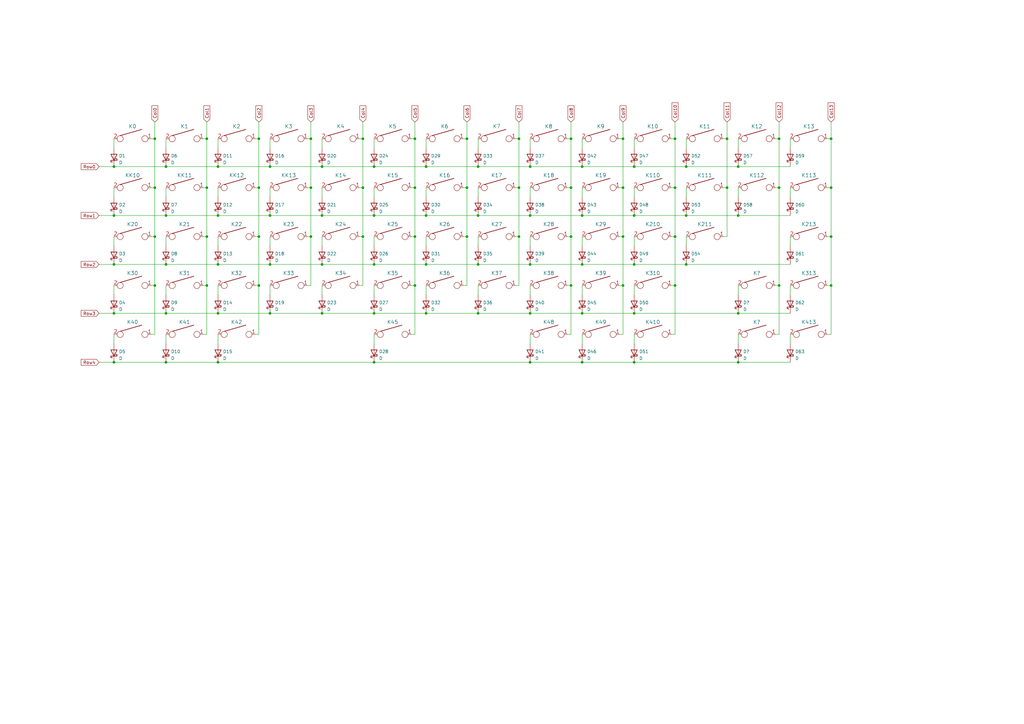
<source format=kicad_sch>
(kicad_sch (version 20211123) (generator eeschema)
  (paper "A3")
  (lib_symbols
    (symbol "Device:D_Schottky" (pin_numbers hide) (pin_names (offset 1.016) hide)
      (property "Reference" "D" (at 0 2.54 0))
      (property "Value" "D_Schottky" (at 0 -2.54 0))
      (symbol "D_Schottky_0_1"
        (polyline (pts (xy 1.27 0) (xy -1.27 0)))
        (polyline (pts (xy 1.27 1.27) (xy 1.27 -1.27) (xy -1.27 0) (xy 1.27 1.27)) (stroke (width 0.254)))
        (polyline (pts (xy -1.905 0.635) (xy -1.905 1.27) (xy -1.27 1.27) (xy -1.27 -1.27) (xy -0.635 -1.27) (xy -0.635 -0.635)) (stroke (width 0.254)))
      )
      (symbol "D_Schottky_1_1"
        (pin passive line (at -3.81 0 0) (length 2.54) (name "K") (number "1"))
        (pin passive line (at 3.81 0 180) (length 2.54) (name "A") (number "2"))
      )
    )
    (symbol "keyboard_parts:KEYSW" (pin_names (offset 1.016))
      (property "Reference" "K?" (at -1.27 0 0))
      (symbol "KEYSW_0_1"
        (circle (center -5.08 0) (radius 1.27))
        (polyline (pts (xy -5.08 1.27) (xy 3.81 3.81)) (stroke (width 0.254)))
        (circle (center 5.08 0) (radius 1.27))
      )
      (symbol "KEYSW_1_1"
        (pin passive line (at 7.62 0 180) (length 1.27) (name "~") (number "1"))
        (pin passive line (at -7.62 0 0) (length 1.27) (name "~") (number "2"))
      )
    )
  )
  (junction (at 255.524 117.094))
  (junction (at 255.524 56.896))
  (junction (at 319.532 76.962))
  (junction (at 302.768 68.326))
  (junction (at 106.172 56.896))
  (junction (at 63.5 56.896))
  (junction (at 89.408 108.458))
  (junction (at 46.736 108.458))
  (junction (at 234.188 97.028))
  (junction (at 89.408 128.524))
  (junction (at 84.836 76.962))
  (junction (at 298.196 56.896))
  (junction (at 46.736 128.524))
  (junction (at 84.836 97.028))
  (junction (at 281.432 108.458))
  (junction (at 298.196 76.962))
  (junction (at 234.188 76.962))
  (junction (at 153.416 128.524))
  (junction (at 174.752 128.524))
  (junction (at 276.86 76.962))
  (junction (at 68.072 148.59))
  (junction (at 217.424 68.326))
  (junction (at 217.424 108.458))
  (junction (at 89.408 68.326))
  (junction (at 153.416 148.59))
  (junction (at 281.432 88.392))
  (junction (at 132.08 88.392))
  (junction (at 153.416 68.326))
  (junction (at 174.752 108.458))
  (junction (at 238.76 108.458))
  (junction (at 153.416 108.458))
  (junction (at 276.86 117.094))
  (junction (at 191.516 56.896))
  (junction (at 234.188 56.896))
  (junction (at 89.408 88.392))
  (junction (at 46.736 88.392))
  (junction (at 212.852 76.962))
  (junction (at 110.744 88.392))
  (junction (at 217.424 128.524))
  (junction (at 196.088 88.392))
  (junction (at 260.096 88.392))
  (junction (at 319.532 56.896))
  (junction (at 196.088 68.326))
  (junction (at 68.072 88.392))
  (junction (at 84.836 117.094))
  (junction (at 174.752 68.326))
  (junction (at 148.844 97.028))
  (junction (at 302.768 148.59))
  (junction (at 276.86 56.896))
  (junction (at 106.172 76.962))
  (junction (at 84.836 56.896))
  (junction (at 255.524 97.028))
  (junction (at 132.08 108.458))
  (junction (at 89.408 148.59))
  (junction (at 212.852 97.028))
  (junction (at 170.18 117.094))
  (junction (at 238.76 88.392))
  (junction (at 132.08 68.326))
  (junction (at 170.18 97.028))
  (junction (at 238.76 128.524))
  (junction (at 68.072 108.458))
  (junction (at 110.744 108.458))
  (junction (at 260.096 148.59))
  (junction (at 255.524 76.962))
  (junction (at 148.844 56.896))
  (junction (at 340.868 97.028))
  (junction (at 281.432 68.326))
  (junction (at 260.096 128.524))
  (junction (at 302.768 128.524))
  (junction (at 340.868 117.094))
  (junction (at 340.868 76.962))
  (junction (at 46.736 148.59))
  (junction (at 63.5 97.028))
  (junction (at 260.096 108.458))
  (junction (at 63.5 117.094))
  (junction (at 153.416 88.392))
  (junction (at 217.424 148.59))
  (junction (at 68.072 128.524))
  (junction (at 302.768 88.392))
  (junction (at 234.188 117.094))
  (junction (at 68.072 68.326))
  (junction (at 170.18 76.962))
  (junction (at 212.852 56.896))
  (junction (at 196.088 128.524))
  (junction (at 191.516 97.028))
  (junction (at 260.096 68.326))
  (junction (at 46.736 68.326))
  (junction (at 319.532 117.094))
  (junction (at 191.516 76.962))
  (junction (at 238.76 148.59))
  (junction (at 217.424 88.392))
  (junction (at 276.86 97.028))
  (junction (at 127.508 56.896))
  (junction (at 106.172 117.094))
  (junction (at 127.508 76.962))
  (junction (at 196.088 108.458))
  (junction (at 170.18 56.896))
  (junction (at 63.5 76.962))
  (junction (at 110.744 68.326))
  (junction (at 110.744 128.524))
  (junction (at 238.76 68.326))
  (junction (at 106.172 97.028))
  (junction (at 340.868 56.896))
  (junction (at 174.752 88.392))
  (junction (at 127.508 97.028))
  (junction (at 148.844 76.962))
  (junction (at 132.08 128.524))
  (wire (pts (xy 153.416 97.028) (xy 153.416 100.838)))
  (wire (pts (xy 61.976 117.094) (xy 63.5 117.094)))
  (wire (pts (xy 339.344 137.16) (xy 340.868 137.16)))
  (wire (pts (xy 61.976 97.028) (xy 63.5 97.028)))
  (wire (pts (xy 106.172 117.094) (xy 106.172 137.16)))
  (wire (pts (xy 217.424 97.028) (xy 217.424 100.838)))
  (wire (pts (xy 110.744 68.326) (xy 132.08 68.326)))
  (wire (pts (xy 68.072 76.962) (xy 68.072 80.772)))
  (wire (pts (xy 217.424 76.962) (xy 217.424 80.772)))
  (wire (pts (xy 40.64 148.59) (xy 46.736 148.59)))
  (wire (pts (xy 260.096 128.524) (xy 302.768 128.524)))
  (wire (pts (xy 217.424 137.16) (xy 217.424 140.97)))
  (wire (pts (xy 89.408 137.16) (xy 89.408 140.97)))
  (wire (pts (xy 104.648 97.028) (xy 106.172 97.028)))
  (wire (pts (xy 174.752 97.028) (xy 174.752 100.838)))
  (wire (pts (xy 68.072 97.028) (xy 68.072 100.838)))
  (wire (pts (xy 106.172 97.028) (xy 106.172 117.094)))
  (wire (pts (xy 110.744 108.458) (xy 132.08 108.458)))
  (wire (pts (xy 153.416 108.458) (xy 174.752 108.458)))
  (wire (pts (xy 196.088 88.392) (xy 217.424 88.392)))
  (wire (pts (xy 170.18 56.896) (xy 170.18 76.962)))
  (wire (pts (xy 132.08 88.392) (xy 153.416 88.392)))
  (wire (pts (xy 127.508 97.028) (xy 127.508 117.094)))
  (wire (pts (xy 174.752 117.094) (xy 174.752 120.904)))
  (wire (pts (xy 340.868 50.038) (xy 340.868 56.896)))
  (wire (pts (xy 319.532 117.094) (xy 319.532 76.962)))
  (wire (pts (xy 281.432 76.962) (xy 281.432 80.772)))
  (wire (pts (xy 260.096 137.16) (xy 260.096 140.97)))
  (wire (pts (xy 46.736 76.962) (xy 46.736 80.772)))
  (wire (pts (xy 296.672 56.896) (xy 298.196 56.896)))
  (wire (pts (xy 174.752 76.962) (xy 174.752 80.772)))
  (wire (pts (xy 89.408 148.59) (xy 153.416 148.59)))
  (wire (pts (xy 260.096 97.028) (xy 260.096 100.838)))
  (wire (pts (xy 110.744 128.524) (xy 132.08 128.524)))
  (wire (pts (xy 302.768 128.524) (xy 324.104 128.524)))
  (wire (pts (xy 211.328 76.962) (xy 212.852 76.962)))
  (wire (pts (xy 132.08 56.896) (xy 132.08 60.706)))
  (wire (pts (xy 168.656 97.028) (xy 170.18 97.028)))
  (wire (pts (xy 196.088 56.896) (xy 196.088 60.706)))
  (wire (pts (xy 238.76 56.896) (xy 238.76 60.706)))
  (wire (pts (xy 104.648 56.896) (xy 106.172 56.896)))
  (wire (pts (xy 276.86 56.896) (xy 276.86 76.962)))
  (wire (pts (xy 46.736 108.458) (xy 68.072 108.458)))
  (wire (pts (xy 127.508 56.896) (xy 127.508 76.962)))
  (wire (pts (xy 238.76 117.094) (xy 238.76 120.904)))
  (wire (pts (xy 148.844 97.028) (xy 148.844 117.094)))
  (wire (pts (xy 153.416 56.896) (xy 153.416 60.706)))
  (wire (pts (xy 68.072 56.896) (xy 68.072 60.706)))
  (wire (pts (xy 148.844 56.896) (xy 148.844 76.962)))
  (wire (pts (xy 196.088 97.028) (xy 196.088 100.838)))
  (wire (pts (xy 189.992 97.028) (xy 191.516 97.028)))
  (wire (pts (xy 238.76 128.524) (xy 260.096 128.524)))
  (wire (pts (xy 238.76 97.028) (xy 238.76 100.838)))
  (wire (pts (xy 260.096 88.392) (xy 281.432 88.392)))
  (wire (pts (xy 296.672 76.962) (xy 298.196 76.962)))
  (wire (pts (xy 174.752 68.326) (xy 196.088 68.326)))
  (wire (pts (xy 132.08 68.326) (xy 153.416 68.326)))
  (wire (pts (xy 104.648 137.16) (xy 106.172 137.16)))
  (wire (pts (xy 254 97.028) (xy 255.524 97.028)))
  (wire (pts (xy 196.088 68.326) (xy 217.424 68.326)))
  (wire (pts (xy 83.312 97.028) (xy 84.836 97.028)))
  (wire (pts (xy 196.088 108.458) (xy 217.424 108.458)))
  (wire (pts (xy 238.76 76.962) (xy 238.76 80.772)))
  (wire (pts (xy 196.088 76.962) (xy 196.088 80.772)))
  (wire (pts (xy 191.516 76.962) (xy 191.516 97.028)))
  (wire (pts (xy 234.188 97.028) (xy 234.188 117.094)))
  (wire (pts (xy 63.5 76.962) (xy 63.5 97.028)))
  (wire (pts (xy 318.008 76.962) (xy 319.532 76.962)))
  (wire (pts (xy 302.768 148.59) (xy 324.104 148.59)))
  (wire (pts (xy 147.32 117.094) (xy 148.844 117.094)))
  (wire (pts (xy 196.088 128.524) (xy 217.424 128.524)))
  (wire (pts (xy 238.76 68.326) (xy 260.096 68.326)))
  (wire (pts (xy 46.736 148.59) (xy 68.072 148.59)))
  (wire (pts (xy 127.508 76.962) (xy 127.508 97.028)))
  (wire (pts (xy 68.072 148.59) (xy 89.408 148.59)))
  (wire (pts (xy 84.836 76.962) (xy 84.836 97.028)))
  (wire (pts (xy 319.532 56.896) (xy 319.532 76.962)))
  (wire (pts (xy 254 56.896) (xy 255.524 56.896)))
  (wire (pts (xy 174.752 88.392) (xy 196.088 88.392)))
  (wire (pts (xy 125.984 76.962) (xy 127.508 76.962)))
  (wire (pts (xy 298.196 76.962) (xy 298.196 97.028)))
  (wire (pts (xy 68.072 117.094) (xy 68.072 120.904)))
  (wire (pts (xy 238.76 137.16) (xy 238.76 140.97)))
  (wire (pts (xy 174.752 56.896) (xy 174.752 60.706)))
  (wire (pts (xy 302.768 56.896) (xy 302.768 60.706)))
  (wire (pts (xy 260.096 148.59) (xy 302.768 148.59)))
  (wire (pts (xy 217.424 148.59) (xy 238.76 148.59)))
  (wire (pts (xy 260.096 56.896) (xy 260.096 60.706)))
  (wire (pts (xy 211.328 56.896) (xy 212.852 56.896)))
  (wire (pts (xy 212.852 56.896) (xy 212.852 76.962)))
  (wire (pts (xy 106.172 76.962) (xy 106.172 97.028)))
  (wire (pts (xy 324.104 56.896) (xy 324.104 60.706)))
  (wire (pts (xy 276.86 97.028) (xy 276.86 117.094)))
  (wire (pts (xy 232.664 56.896) (xy 234.188 56.896)))
  (wire (pts (xy 340.868 56.896) (xy 340.868 76.962)))
  (wire (pts (xy 319.532 117.094) (xy 319.532 137.16)))
  (wire (pts (xy 339.344 97.028) (xy 340.868 97.028)))
  (wire (pts (xy 46.736 137.16) (xy 46.736 140.97)))
  (wire (pts (xy 318.008 137.16) (xy 319.532 137.16)))
  (wire (pts (xy 254 137.16) (xy 255.524 137.16)))
  (wire (pts (xy 61.976 137.16) (xy 63.5 137.16)))
  (wire (pts (xy 168.656 117.094) (xy 170.18 117.094)))
  (wire (pts (xy 110.744 88.392) (xy 132.08 88.392)))
  (wire (pts (xy 83.312 117.094) (xy 84.836 117.094)))
  (wire (pts (xy 189.992 117.094) (xy 191.516 117.094)))
  (wire (pts (xy 275.336 76.962) (xy 276.86 76.962)))
  (wire (pts (xy 153.416 148.59) (xy 217.424 148.59)))
  (wire (pts (xy 84.836 50.038) (xy 84.836 56.896)))
  (wire (pts (xy 281.432 68.326) (xy 302.768 68.326)))
  (wire (pts (xy 104.648 76.962) (xy 106.172 76.962)))
  (wire (pts (xy 147.32 56.896) (xy 148.844 56.896)))
  (wire (pts (xy 212.852 76.962) (xy 212.852 97.028)))
  (wire (pts (xy 212.852 50.038) (xy 212.852 56.896)))
  (wire (pts (xy 324.104 97.028) (xy 324.104 100.838)))
  (wire (pts (xy 281.432 56.896) (xy 281.432 60.706)))
  (wire (pts (xy 110.744 76.962) (xy 110.744 80.772)))
  (wire (pts (xy 191.516 56.896) (xy 191.516 76.962)))
  (wire (pts (xy 302.768 137.16) (xy 302.768 140.97)))
  (wire (pts (xy 255.524 56.896) (xy 255.524 76.962)))
  (wire (pts (xy 89.408 56.896) (xy 89.408 60.706)))
  (wire (pts (xy 232.664 117.094) (xy 234.188 117.094)))
  (wire (pts (xy 63.5 117.094) (xy 63.5 137.16)))
  (wire (pts (xy 340.868 117.094) (xy 340.868 137.16)))
  (wire (pts (xy 324.104 117.094) (xy 324.104 120.904)))
  (wire (pts (xy 217.424 56.896) (xy 217.424 60.706)))
  (wire (pts (xy 147.32 76.962) (xy 148.844 76.962)))
  (wire (pts (xy 127.508 50.038) (xy 127.508 56.896)))
  (wire (pts (xy 110.744 117.094) (xy 110.744 120.904)))
  (wire (pts (xy 63.5 56.896) (xy 63.5 76.962)))
  (wire (pts (xy 298.196 50.038) (xy 298.196 56.896)))
  (wire (pts (xy 211.328 117.094) (xy 212.852 117.094)))
  (wire (pts (xy 324.104 76.962) (xy 324.104 80.772)))
  (wire (pts (xy 217.424 108.458) (xy 238.76 108.458)))
  (wire (pts (xy 232.664 137.16) (xy 234.188 137.16)))
  (wire (pts (xy 232.664 76.962) (xy 234.188 76.962)))
  (wire (pts (xy 125.984 56.896) (xy 127.508 56.896)))
  (wire (pts (xy 153.416 128.524) (xy 174.752 128.524)))
  (wire (pts (xy 89.408 97.028) (xy 89.408 100.838)))
  (wire (pts (xy 84.836 117.094) (xy 84.836 137.16)))
  (wire (pts (xy 296.672 97.028) (xy 298.196 97.028)))
  (wire (pts (xy 153.416 88.392) (xy 174.752 88.392)))
  (wire (pts (xy 232.664 97.028) (xy 234.188 97.028)))
  (wire (pts (xy 68.072 68.326) (xy 89.408 68.326)))
  (wire (pts (xy 339.344 117.094) (xy 340.868 117.094)))
  (wire (pts (xy 110.744 56.896) (xy 110.744 60.706)))
  (wire (pts (xy 170.18 76.962) (xy 170.18 97.028)))
  (wire (pts (xy 110.744 97.028) (xy 110.744 100.838)))
  (wire (pts (xy 234.188 50.038) (xy 234.188 56.896)))
  (wire (pts (xy 46.736 97.028) (xy 46.736 100.838)))
  (wire (pts (xy 168.656 76.962) (xy 170.18 76.962)))
  (wire (pts (xy 170.18 97.028) (xy 170.18 117.094)))
  (wire (pts (xy 174.752 108.458) (xy 196.088 108.458)))
  (wire (pts (xy 40.64 88.392) (xy 46.736 88.392)))
  (wire (pts (xy 132.08 108.458) (xy 153.416 108.458)))
  (wire (pts (xy 281.432 108.458) (xy 324.104 108.458)))
  (wire (pts (xy 275.336 117.094) (xy 276.86 117.094)))
  (wire (pts (xy 217.424 68.326) (xy 238.76 68.326)))
  (wire (pts (xy 40.64 128.524) (xy 46.736 128.524)))
  (wire (pts (xy 234.188 117.094) (xy 234.188 137.16)))
  (wire (pts (xy 125.984 117.094) (xy 127.508 117.094)))
  (wire (pts (xy 302.768 68.326) (xy 324.104 68.326)))
  (wire (pts (xy 61.976 56.896) (xy 63.5 56.896)))
  (wire (pts (xy 217.424 88.392) (xy 238.76 88.392)))
  (wire (pts (xy 260.096 108.458) (xy 281.432 108.458)))
  (wire (pts (xy 217.424 128.524) (xy 238.76 128.524)))
  (wire (pts (xy 89.408 68.326) (xy 110.744 68.326)))
  (wire (pts (xy 153.416 76.962) (xy 153.416 80.772)))
  (wire (pts (xy 238.76 148.59) (xy 260.096 148.59)))
  (wire (pts (xy 61.976 76.962) (xy 63.5 76.962)))
  (wire (pts (xy 46.736 68.326) (xy 68.072 68.326)))
  (wire (pts (xy 106.172 56.896) (xy 106.172 76.962)))
  (wire (pts (xy 170.18 117.094) (xy 170.18 137.16)))
  (wire (pts (xy 132.08 97.028) (xy 132.08 100.838)))
  (wire (pts (xy 189.992 76.962) (xy 191.516 76.962)))
  (wire (pts (xy 153.416 117.094) (xy 153.416 120.904)))
  (wire (pts (xy 318.008 117.094) (xy 319.532 117.094)))
  (wire (pts (xy 234.188 56.896) (xy 234.188 76.962)))
  (wire (pts (xy 234.188 76.962) (xy 234.188 97.028)))
  (wire (pts (xy 260.096 76.962) (xy 260.096 80.772)))
  (wire (pts (xy 84.836 56.896) (xy 84.836 76.962)))
  (wire (pts (xy 40.64 108.458) (xy 46.736 108.458)))
  (wire (pts (xy 89.408 117.094) (xy 89.408 120.904)))
  (wire (pts (xy 319.532 50.038) (xy 319.532 56.896)))
  (wire (pts (xy 339.344 76.962) (xy 340.868 76.962)))
  (wire (pts (xy 196.088 117.094) (xy 196.088 120.904)))
  (wire (pts (xy 83.312 137.16) (xy 84.836 137.16)))
  (wire (pts (xy 302.768 117.094) (xy 302.768 120.904)))
  (wire (pts (xy 89.408 88.392) (xy 110.744 88.392)))
  (wire (pts (xy 68.072 88.392) (xy 89.408 88.392)))
  (wire (pts (xy 168.656 56.896) (xy 170.18 56.896)))
  (wire (pts (xy 212.852 97.028) (xy 212.852 117.094)))
  (wire (pts (xy 63.5 97.028) (xy 63.5 117.094)))
  (wire (pts (xy 191.516 50.038) (xy 191.516 56.896)))
  (wire (pts (xy 168.656 137.16) (xy 170.18 137.16)))
  (wire (pts (xy 238.76 88.392) (xy 260.096 88.392)))
  (wire (pts (xy 46.736 88.392) (xy 68.072 88.392)))
  (wire (pts (xy 89.408 128.524) (xy 110.744 128.524)))
  (wire (pts (xy 255.524 50.038) (xy 255.524 56.896)))
  (wire (pts (xy 68.072 137.16) (xy 68.072 140.97)))
  (wire (pts (xy 275.336 97.028) (xy 276.86 97.028)))
  (wire (pts (xy 340.868 76.962) (xy 340.868 97.028)))
  (wire (pts (xy 275.336 56.896) (xy 276.86 56.896)))
  (wire (pts (xy 276.86 76.962) (xy 276.86 97.028)))
  (wire (pts (xy 281.432 97.028) (xy 281.432 100.838)))
  (wire (pts (xy 84.836 97.028) (xy 84.836 117.094)))
  (wire (pts (xy 260.096 117.094) (xy 260.096 120.904)))
  (wire (pts (xy 255.524 76.962) (xy 255.524 97.028)))
  (wire (pts (xy 148.844 76.962) (xy 148.844 97.028)))
  (wire (pts (xy 104.648 117.094) (xy 106.172 117.094)))
  (wire (pts (xy 275.336 137.16) (xy 276.86 137.16)))
  (wire (pts (xy 191.516 97.028) (xy 191.516 117.094)))
  (wire (pts (xy 255.524 97.028) (xy 255.524 117.094)))
  (wire (pts (xy 217.424 117.094) (xy 217.424 120.904)))
  (wire (pts (xy 132.08 76.962) (xy 132.08 80.772)))
  (wire (pts (xy 106.172 50.038) (xy 106.172 56.896)))
  (wire (pts (xy 68.072 108.458) (xy 89.408 108.458)))
  (wire (pts (xy 148.844 50.038) (xy 148.844 56.896)))
  (wire (pts (xy 89.408 108.458) (xy 110.744 108.458)))
  (wire (pts (xy 254 76.962) (xy 255.524 76.962)))
  (wire (pts (xy 153.416 137.16) (xy 153.416 140.97)))
  (wire (pts (xy 324.104 137.16) (xy 324.104 140.97)))
  (wire (pts (xy 318.008 56.896) (xy 319.532 56.896)))
  (wire (pts (xy 83.312 76.962) (xy 84.836 76.962)))
  (wire (pts (xy 174.752 128.524) (xy 196.088 128.524)))
  (wire (pts (xy 46.736 56.896) (xy 46.736 60.706)))
  (wire (pts (xy 170.18 50.038) (xy 170.18 56.896)))
  (wire (pts (xy 298.196 56.896) (xy 298.196 76.962)))
  (wire (pts (xy 281.432 88.392) (xy 302.768 88.392)))
  (wire (pts (xy 260.096 68.326) (xy 281.432 68.326)))
  (wire (pts (xy 153.416 68.326) (xy 174.752 68.326)))
  (wire (pts (xy 255.524 117.094) (xy 255.524 137.16)))
  (wire (pts (xy 276.86 50.038) (xy 276.86 56.896)))
  (wire (pts (xy 83.312 56.896) (xy 84.836 56.896)))
  (wire (pts (xy 189.992 56.896) (xy 191.516 56.896)))
  (wire (pts (xy 125.984 97.028) (xy 127.508 97.028)))
  (wire (pts (xy 132.08 117.094) (xy 132.08 120.904)))
  (wire (pts (xy 302.768 88.392) (xy 324.104 88.392)))
  (wire (pts (xy 211.328 97.028) (xy 212.852 97.028)))
  (wire (pts (xy 254 117.094) (xy 255.524 117.094)))
  (wire (pts (xy 63.5 50.038) (xy 63.5 56.896)))
  (wire (pts (xy 276.86 117.094) (xy 276.86 137.16)))
  (wire (pts (xy 89.408 76.962) (xy 89.408 80.772)))
  (wire (pts (xy 302.768 76.962) (xy 302.768 80.772)))
  (wire (pts (xy 40.64 68.326) (xy 46.736 68.326)))
  (wire (pts (xy 339.344 56.896) (xy 340.868 56.896)))
  (wire (pts (xy 46.736 128.524) (xy 68.072 128.524)))
  (wire (pts (xy 132.08 128.524) (xy 153.416 128.524)))
  (wire (pts (xy 238.76 108.458) (xy 260.096 108.458)))
  (wire (pts (xy 147.32 97.028) (xy 148.844 97.028)))
  (wire (pts (xy 340.868 97.028) (xy 340.868 117.094)))
  (wire (pts (xy 46.736 117.094) (xy 46.736 120.904)))
  (wire (pts (xy 68.072 128.524) (xy 89.408 128.524)))
  (global_label "Col9" (shape input) (at 255.524 50.038 90) (property "Intersheet References" "${INTERSHEET_REFS}" (effects hide)))
  (global_label "Col7" (shape input) (at 212.852 50.038 90) (property "Intersheet References" "${INTERSHEET_REFS}" (effects hide)))
  (global_label "Row2" (shape input) (at 40.64 108.458 180) (property "Intersheet References" "${INTERSHEET_REFS}" (effects hide)))
  (global_label "Col13" (shape input) (at 340.868 50.038 90) (property "Intersheet References" "${INTERSHEET_REFS}" (effects hide)))
  (global_label "Col12" (shape input) (at 319.532 50.038 90) (property "Intersheet References" "${INTERSHEET_REFS}" (effects hide)))
  (global_label "Row0" (shape input) (at 40.64 68.326 180) (property "Intersheet References" "${INTERSHEET_REFS}" (effects hide)))
  (global_label "Row4" (shape input) (at 40.64 148.59 180) (property "Intersheet References" "${INTERSHEET_REFS}" (effects hide)))
  (global_label "Col3" (shape input) (at 127.508 50.038 90) (property "Intersheet References" "${INTERSHEET_REFS}" (effects hide)))
  (global_label "Col2" (shape input) (at 106.172 50.038 90) (property "Intersheet References" "${INTERSHEET_REFS}" (effects hide)))
  (global_label "Col10" (shape input) (at 276.86 50.038 90) (property "Intersheet References" "${INTERSHEET_REFS}" (effects hide)))
  (global_label "Col11" (shape input) (at 298.196 50.038 90) (property "Intersheet References" "${INTERSHEET_REFS}" (effects hide)))
  (global_label "Col5" (shape input) (at 170.18 50.038 90) (property "Intersheet References" "${INTERSHEET_REFS}" (effects hide)))
  (global_label "Row1" (shape input) (at 40.64 88.392 180) (property "Intersheet References" "${INTERSHEET_REFS}" (effects hide)))
  (global_label "Col0" (shape input) (at 63.5 50.038 90) (property "Intersheet References" "${INTERSHEET_REFS}" (effects hide)))
  (global_label "Col1" (shape input) (at 84.836 50.038 90) (property "Intersheet References" "${INTERSHEET_REFS}" (effects hide)))
  (global_label "Row3" (shape input) (at 40.64 128.524 180) (property "Intersheet References" "${INTERSHEET_REFS}" (effects hide)))
  (global_label "Col8" (shape input) (at 234.188 50.038 90) (property "Intersheet References" "${INTERSHEET_REFS}" (effects hide)))
  (global_label "Col6" (shape input) (at 191.516 50.038 90) (property "Intersheet References" "${INTERSHEET_REFS}" (effects hide)))
  (global_label "Col4" (shape input) (at 148.844 50.038 90) (property "Intersheet References" "${INTERSHEET_REFS}" (effects hide)))
  (symbol (lib_id "keyboard_parts:KEYSW") (at 118.364 117.094 0) (unit 1)
    (property "Reference" "K33" (at 118.364 112.0321 0) (effects (font (size 1.524 1.524))))
    (property "Value" "KEYSW" (effects hide))
    (property "Footprint" "MX_Only:MXOnly-1U-Hotswap" (effects hide))
  )
  (symbol (lib_id "keyboard_parts:KEYSW") (at 331.724 137.16 0) (unit 1)
    (property "Reference" "K413" (at 331.724 132.0981 0) (effects (font (size 1.524 1.524))))
    (property "Value" "KEYSW" (effects hide))
    (property "Footprint" "MX_Only:MXOnly-1U-Hotswap" (effects hide))
  )
  (symbol (lib_id "Device:D_Schottky") (at 281.432 84.582 90) (unit 1)
    (property "Reference" "D53" (at 283.464 83.991 90) (effects (justify right)))
    (property "Value" "D" (at 283.464 86.7661 90) (effects (justify right)))
    (property "Footprint" "Diode_THT:D_DO-35_SOD27_P7.62mm_Horizontal" (effects hide))
  )
  (symbol (lib_id "keyboard_parts:KEYSW") (at 75.692 117.094 0) (unit 1)
    (property "Reference" "K31" (at 75.692 112.0321 0) (effects (font (size 1.524 1.524))))
    (property "Value" "KEYSW" (effects hide))
    (property "Footprint" "MX_Only:MXOnly-1U-Hotswap" (effects hide))
  )
  (symbol (lib_id "keyboard_parts:KEYSW") (at 54.356 76.962 0) (unit 1)
    (property "Reference" "KK10" (at 54.356 71.9001 0) (effects (font (size 1.524 1.524))))
    (property "Value" "KEYSW" (effects hide))
    (property "Footprint" "MX_Only:MXOnly-1.5U-Hotswap" (effects hide))
  )
  (symbol (lib_id "Device:D_Schottky") (at 174.752 64.516 90) (unit 1)
    (property "Reference" "D29" (at 176.784 63.925 90) (effects (justify right)))
    (property "Value" "D" (at 176.784 66.7001 90) (effects (justify right)))
    (property "Footprint" "Diode_THT:D_DO-35_SOD27_P7.62mm_Horizontal" (effects hide))
  )
  (symbol (lib_id "Device:D_Schottky") (at 132.08 104.648 90) (unit 1)
    (property "Reference" "D22" (at 134.112 104.057 90) (effects (justify right)))
    (property "Value" "D" (at 134.112 106.8321 90) (effects (justify right)))
    (property "Footprint" "Diode_THT:D_DO-35_SOD27_P7.62mm_Horizontal" (effects hide))
  )
  (symbol (lib_id "keyboard_parts:KEYSW") (at 139.7 117.094 0) (unit 1)
    (property "Reference" "K34" (at 139.7 112.0321 0) (effects (font (size 1.524 1.524))))
    (property "Value" "KEYSW" (effects hide))
    (property "Footprint" "MX_Only:MXOnly-1U-Hotswap" (effects hide))
  )
  (symbol (lib_id "Device:D_Schottky") (at 281.432 104.648 90) (unit 1)
    (property "Reference" "D54" (at 283.464 104.057 90) (effects (justify right)))
    (property "Value" "D" (at 283.464 106.8321 90) (effects (justify right)))
    (property "Footprint" "Diode_THT:D_DO-35_SOD27_P7.62mm_Horizontal" (effects hide))
  )
  (symbol (lib_id "keyboard_parts:KEYSW") (at 310.388 76.962 0) (unit 1)
    (property "Reference" "K112" (at 310.388 71.9001 0) (effects (font (size 1.524 1.524))))
    (property "Value" "KEYSW" (effects hide))
    (property "Footprint" "MX_Only:MXOnly-1U-Hotswap" (effects hide))
  )
  (symbol (lib_id "Device:D_Schottky") (at 46.736 144.78 90) (unit 1)
    (property "Reference" "D5" (at 48.768 144.189 90) (effects (justify right)))
    (property "Value" "D" (at 48.768 146.9641 90) (effects (justify right)))
    (property "Footprint" "Diode_THT:D_DO-35_SOD27_P7.62mm_Horizontal" (effects hide))
  )
  (symbol (lib_id "keyboard_parts:KEYSW") (at 97.028 76.962 0) (unit 1)
    (property "Reference" "KK12" (at 97.028 71.9001 0) (effects (font (size 1.524 1.524))))
    (property "Value" "KEYSW" (effects hide))
    (property "Footprint" "MX_Only:MXOnly-1U-Hotswap" (effects hide))
  )
  (symbol (lib_id "Device:D_Schottky") (at 68.072 84.582 90) (unit 1)
    (property "Reference" "D7" (at 70.104 83.991 90) (effects (justify right)))
    (property "Value" "D" (at 70.104 86.7661 90) (effects (justify right)))
    (property "Footprint" "Diode_THT:D_DO-35_SOD27_P7.62mm_Horizontal" (effects hide))
  )
  (symbol (lib_id "keyboard_parts:KEYSW") (at 289.052 56.896 0) (unit 1)
    (property "Reference" "K11" (at 289.052 51.8341 0) (effects (font (size 1.524 1.524))))
    (property "Value" "KEYSW" (effects hide))
    (property "Footprint" "MX_Only:MXOnly-1U-Hotswap" (effects hide))
  )
  (symbol (lib_id "keyboard_parts:KEYSW") (at 225.044 137.16 0) (unit 1)
    (property "Reference" "K48" (at 225.044 132.0981 0) (effects (font (size 1.524 1.524))))
    (property "Value" "KEYSW" (effects hide))
    (property "Footprint" "MX_Only:MXOnly-1U-Hotswap" (effects hide))
  )
  (symbol (lib_id "keyboard_parts:KEYSW") (at 75.692 76.962 0) (unit 1)
    (property "Reference" "KK11" (at 75.692 71.9001 0) (effects (font (size 1.524 1.524))))
    (property "Value" "KEYSW" (effects hide))
    (property "Footprint" "MX_Only:MXOnly-1U-Hotswap" (effects hide))
  )
  (symbol (lib_id "keyboard_parts:KEYSW") (at 54.356 117.094 0) (unit 1)
    (property "Reference" "K30" (at 54.356 112.0321 0) (effects (font (size 1.524 1.524))))
    (property "Value" "KEYSW" (effects hide))
    (property "Footprint" "MX_Only:MXOnly-2.25U-Hotswap" (effects hide))
  )
  (symbol (lib_id "Device:D_Schottky") (at 217.424 144.78 90) (unit 1)
    (property "Reference" "D41" (at 219.456 144.189 90) (effects (justify right)))
    (property "Value" "D" (at 219.456 146.9641 90) (effects (justify right)))
    (property "Footprint" "Diode_THT:D_DO-35_SOD27_P7.62mm_Horizontal" (effects hide))
  )
  (symbol (lib_id "keyboard_parts:KEYSW") (at 97.028 117.094 0) (unit 1)
    (property "Reference" "K32" (at 97.028 112.0321 0) (effects (font (size 1.524 1.524))))
    (property "Value" "KEYSW" (effects hide))
    (property "Footprint" "MX_Only:MXOnly-1U-Hotswap" (effects hide))
  )
  (symbol (lib_id "keyboard_parts:KEYSW") (at 203.708 56.896 0) (unit 1)
    (property "Reference" "K7" (at 203.708 51.8341 0) (effects (font (size 1.524 1.524))))
    (property "Value" "KEYSW" (effects hide))
    (property "Footprint" "MX_Only:MXOnly-1U-Hotswap" (effects hide))
  )
  (symbol (lib_id "keyboard_parts:KEYSW") (at 182.372 76.962 0) (unit 1)
    (property "Reference" "K16" (at 182.372 71.9001 0) (effects (font (size 1.524 1.524))))
    (property "Value" "KEYSW" (effects hide))
    (property "Footprint" "MX_Only:MXOnly-1U-Hotswap" (effects hide))
  )
  (symbol (lib_id "Device:D_Schottky") (at 260.096 104.648 90) (unit 1)
    (property "Reference" "D49" (at 262.128 104.057 90) (effects (justify right)))
    (property "Value" "D" (at 262.128 106.8321 90) (effects (justify right)))
    (property "Footprint" "Diode_THT:D_DO-35_SOD27_P7.62mm_Horizontal" (effects hide))
  )
  (symbol (lib_id "keyboard_parts:KEYSW") (at 203.708 76.962 0) (unit 1)
    (property "Reference" "K17" (at 203.708 71.9001 0) (effects (font (size 1.524 1.524))))
    (property "Value" "KEYSW" (effects hide))
    (property "Footprint" "MX_Only:MXOnly-1U-Hotswap" (effects hide))
  )
  (symbol (lib_id "Device:D_Schottky") (at 324.104 104.648 90) (unit 1)
    (property "Reference" "D61" (at 326.136 104.057 90) (effects (justify right)))
    (property "Value" "D" (at 326.136 106.8321 90) (effects (justify right)))
    (property "Footprint" "Diode_THT:D_DO-35_SOD27_P7.62mm_Horizontal" (effects hide))
  )
  (symbol (lib_id "keyboard_parts:KEYSW") (at 118.364 56.896 0) (unit 1)
    (property "Reference" "K3" (at 118.364 51.8341 0) (effects (font (size 1.524 1.524))))
    (property "Value" "KEYSW" (effects hide))
    (property "Footprint" "MX_Only:MXOnly-1U-Hotswap" (effects hide))
  )
  (symbol (lib_id "Device:D_Schottky") (at 324.104 64.516 90) (unit 1)
    (property "Reference" "D59" (at 326.136 63.925 90) (effects (justify right)))
    (property "Value" "D" (at 326.136 66.7001 90) (effects (justify right)))
    (property "Footprint" "Diode_THT:D_DO-35_SOD27_P7.62mm_Horizontal" (effects hide))
  )
  (symbol (lib_id "Device:D_Schottky") (at 238.76 144.78 90) (unit 1)
    (property "Reference" "D46" (at 240.792 144.189 90) (effects (justify right)))
    (property "Value" "D" (at 240.792 146.9641 90) (effects (justify right)))
    (property "Footprint" "Diode_THT:D_DO-35_SOD27_P7.62mm_Horizontal" (effects hide))
  )
  (symbol (lib_id "keyboard_parts:KEYSW") (at 310.388 117.094 0) (unit 1)
    (property "Reference" "K?" (at 310.388 112.0321 0) (effects (font (size 1.524 1.524))))
    (property "Value" "KEYSW" (effects hide))
    (property "Footprint" "MX_Only:MXOnly-1U-Hotswap" (effects hide))
  )
  (symbol (lib_id "Device:D_Schottky") (at 238.76 64.516 90) (unit 1)
    (property "Reference" "D42" (at 240.792 63.925 90) (effects (justify right)))
    (property "Value" "D" (at 240.792 66.7001 90) (effects (justify right)))
    (property "Footprint" "Diode_THT:D_DO-35_SOD27_P7.62mm_Horizontal" (effects hide))
  )
  (symbol (lib_id "keyboard_parts:KEYSW") (at 54.356 137.16 0) (unit 1)
    (property "Reference" "K40" (at 54.356 132.0981 0) (effects (font (size 1.524 1.524))))
    (property "Value" "KEYSW" (effects hide))
    (property "Footprint" "MX_Only:MXOnly-1.25U-Hotswap" (effects hide))
  )
  (symbol (lib_id "keyboard_parts:KEYSW") (at 331.724 117.094 0) (unit 1)
    (property "Reference" "K313" (at 331.724 112.0321 0) (effects (font (size 1.524 1.524))))
    (property "Value" "KEYSW" (effects hide))
    (property "Footprint" "MX_Only:MXOnly-1U-Hotswap" (effects hide))
  )
  (symbol (lib_id "Device:D_Schottky") (at 302.768 64.516 90) (unit 1)
    (property "Reference" "D57" (at 304.8 63.925 90) (effects (justify right)))
    (property "Value" "D" (at 304.8 66.7001 90) (effects (justify right)))
    (property "Footprint" "Diode_THT:D_DO-35_SOD27_P7.62mm_Horizontal" (effects hide))
  )
  (symbol (lib_id "Device:D_Schottky") (at 132.08 124.714 90) (unit 1)
    (property "Reference" "D23" (at 134.112 124.123 90) (effects (justify right)))
    (property "Value" "D" (at 134.112 126.8981 90) (effects (justify right)))
    (property "Footprint" "Diode_THT:D_DO-35_SOD27_P7.62mm_Horizontal" (effects hide))
  )
  (symbol (lib_id "keyboard_parts:KEYSW") (at 139.7 56.896 0) (unit 1)
    (property "Reference" "K4" (at 139.7 51.8341 0) (effects (font (size 1.524 1.524))))
    (property "Value" "KEYSW" (effects hide))
    (property "Footprint" "MX_Only:MXOnly-1U-Hotswap" (effects hide))
  )
  (symbol (lib_id "keyboard_parts:KEYSW") (at 97.028 97.028 0) (unit 1)
    (property "Reference" "K22" (at 97.028 91.9661 0) (effects (font (size 1.524 1.524))))
    (property "Value" "KEYSW" (effects hide))
    (property "Footprint" "MX_Only:MXOnly-1U-Hotswap" (effects hide))
  )
  (symbol (lib_id "keyboard_parts:KEYSW") (at 331.724 97.028 0) (unit 1)
    (property "Reference" "K213" (at 331.724 91.9661 0) (effects (font (size 1.524 1.524))))
    (property "Value" "KEYSW" (effects hide))
    (property "Footprint" "MX_Only:MXOnly-2.25U-Hotswap" (effects hide))
  )
  (symbol (lib_id "keyboard_parts:KEYSW") (at 267.716 56.896 0) (unit 1)
    (property "Reference" "K10" (at 267.716 51.8341 0) (effects (font (size 1.524 1.524))))
    (property "Value" "KEYSW" (effects hide))
    (property "Footprint" "MX_Only:MXOnly-1U-Hotswap" (effects hide))
  )
  (symbol (lib_id "Device:D_Schottky") (at 132.08 84.582 90) (unit 1)
    (property "Reference" "D21" (at 134.112 83.991 90) (effects (justify right)))
    (property "Value" "D" (at 134.112 86.7661 90) (effects (justify right)))
    (property "Footprint" "Diode_THT:D_DO-35_SOD27_P7.62mm_Horizontal" (effects hide))
  )
  (symbol (lib_id "Device:D_Schottky") (at 153.416 124.714 90) (unit 1)
    (property "Reference" "D27" (at 155.448 124.123 90) (effects (justify right)))
    (property "Value" "D" (at 155.448 126.8981 90) (effects (justify right)))
    (property "Footprint" "Diode_THT:D_DO-35_SOD27_P7.62mm_Horizontal" (effects hide))
  )
  (symbol (lib_id "Device:D_Schottky") (at 110.744 124.714 90) (unit 1)
    (property "Reference" "D19" (at 112.776 124.123 90) (effects (justify right)))
    (property "Value" "D" (at 112.776 126.8981 90) (effects (justify right)))
    (property "Footprint" "Diode_THT:D_DO-35_SOD27_P7.62mm_Horizontal" (effects hide))
  )
  (symbol (lib_id "keyboard_parts:KEYSW") (at 246.38 56.896 0) (unit 1)
    (property "Reference" "K9" (at 246.38 51.8341 0) (effects (font (size 1.524 1.524))))
    (property "Value" "KEYSW" (effects hide))
    (property "Footprint" "MX_Only:MXOnly-1U-Hotswap" (effects hide))
  )
  (symbol (lib_id "Device:D_Schottky") (at 302.768 84.582 90) (unit 1)
    (property "Reference" "D58" (at 304.8 83.991 90) (effects (justify right)))
    (property "Value" "D" (at 304.8 86.7661 90) (effects (justify right)))
    (property "Footprint" "Diode_THT:D_DO-35_SOD27_P7.62mm_Horizontal" (effects hide))
  )
  (symbol (lib_id "Device:D_Schottky") (at 324.104 124.714 90) (unit 1)
    (property "Reference" "D62" (at 326.136 124.123 90) (effects (justify right)))
    (property "Value" "D" (at 326.136 126.8981 90) (effects (justify right)))
    (property "Footprint" "Diode_THT:D_DO-35_SOD27_P7.62mm_Horizontal" (effects hide))
  )
  (symbol (lib_id "keyboard_parts:KEYSW") (at 246.38 76.962 0) (unit 1)
    (property "Reference" "K19" (at 246.38 71.9001 0) (effects (font (size 1.524 1.524))))
    (property "Value" "KEYSW" (effects hide))
    (property "Footprint" "MX_Only:MXOnly-1U-Hotswap" (effects hide))
  )
  (symbol (lib_id "Device:D_Schottky") (at 196.088 64.516 90) (unit 1)
    (property "Reference" "D33" (at 198.12 63.925 90) (effects (justify right)))
    (property "Value" "D" (at 198.12 66.7001 90) (effects (justify right)))
    (property "Footprint" "Diode_THT:D_DO-35_SOD27_P7.62mm_Horizontal" (effects hide))
  )
  (symbol (lib_id "Device:D_Schottky") (at 260.096 124.714 90) (unit 1)
    (property "Reference" "D50" (at 262.128 124.123 90) (effects (justify right)))
    (property "Value" "D" (at 262.128 126.8981 90) (effects (justify right)))
    (property "Footprint" "Diode_THT:D_DO-35_SOD27_P7.62mm_Horizontal" (effects hide))
  )
  (symbol (lib_id "Device:D_Schottky") (at 46.736 64.516 90) (unit 1)
    (property "Reference" "D1" (at 48.768 63.925 90) (effects (justify right)))
    (property "Value" "D" (at 48.768 66.7001 90) (effects (justify right)))
    (property "Footprint" "Diode_THT:D_DO-35_SOD27_P7.62mm_Horizontal" (effects hide))
  )
  (symbol (lib_id "keyboard_parts:KEYSW") (at 246.38 137.16 0) (unit 1)
    (property "Reference" "K49" (at 246.38 132.0981 0) (effects (font (size 1.524 1.524))))
    (property "Value" "KEYSW" (effects hide))
    (property "Footprint" "MX_Only:MXOnly-1U-Hotswap" (effects hide))
  )
  (symbol (lib_id "keyboard_parts:KEYSW") (at 225.044 97.028 0) (unit 1)
    (property "Reference" "K28" (at 225.044 91.9661 0) (effects (font (size 1.524 1.524))))
    (property "Value" "KEYSW" (effects hide))
    (property "Footprint" "MX_Only:MXOnly-1U-Hotswap" (effects hide))
  )
  (symbol (lib_id "Device:D_Schottky") (at 217.424 84.582 90) (unit 1)
    (property "Reference" "D38" (at 219.456 83.991 90) (effects (justify right)))
    (property "Value" "D" (at 219.456 86.7661 90) (effects (justify right)))
    (property "Footprint" "Diode_THT:D_DO-35_SOD27_P7.62mm_Horizontal" (effects hide))
  )
  (symbol (lib_id "Device:D_Schottky") (at 217.424 64.516 90) (unit 1)
    (property "Reference" "D37" (at 219.456 63.925 90) (effects (justify right)))
    (property "Value" "D" (at 219.456 66.7001 90) (effects (justify right)))
    (property "Footprint" "Diode_THT:D_DO-35_SOD27_P7.62mm_Horizontal" (effects hide))
  )
  (symbol (lib_id "Device:D_Schottky") (at 174.752 124.714 90) (unit 1)
    (property "Reference" "D32" (at 176.784 124.123 90) (effects (justify right)))
    (property "Value" "D" (at 176.784 126.8981 90) (effects (justify right)))
    (property "Footprint" "Diode_THT:D_DO-35_SOD27_P7.62mm_Horizontal" (effects hide))
  )
  (symbol (lib_id "Device:D_Schottky") (at 238.76 104.648 90) (unit 1)
    (property "Reference" "D44" (at 240.792 104.057 90) (effects (justify right)))
    (property "Value" "D" (at 240.792 106.8321 90) (effects (justify right)))
    (property "Footprint" "Diode_THT:D_DO-35_SOD27_P7.62mm_Horizontal" (effects hide))
  )
  (symbol (lib_id "keyboard_parts:KEYSW") (at 267.716 76.962 0) (unit 1)
    (property "Reference" "K110" (at 267.716 71.9001 0) (effects (font (size 1.524 1.524))))
    (property "Value" "KEYSW" (effects hide))
    (property "Footprint" "MX_Only:MXOnly-1U-Hotswap" (effects hide))
  )
  (symbol (lib_id "keyboard_parts:KEYSW") (at 225.044 76.962 0) (unit 1)
    (property "Reference" "K18" (at 225.044 71.9001 0) (effects (font (size 1.524 1.524))))
    (property "Value" "KEYSW" (effects hide))
    (property "Footprint" "MX_Only:MXOnly-1U-Hotswap" (effects hide))
  )
  (symbol (lib_id "Device:D_Schottky") (at 89.408 124.714 90) (unit 1)
    (property "Reference" "D14" (at 91.44 124.123 90) (effects (justify right)))
    (property "Value" "D" (at 91.44 126.8981 90) (effects (justify right)))
    (property "Footprint" "Diode_THT:D_DO-35_SOD27_P7.62mm_Horizontal" (effects hide))
  )
  (symbol (lib_id "Device:D_Schottky") (at 217.424 124.714 90) (unit 1)
    (property "Reference" "D40" (at 219.456 124.123 90) (effects (justify right)))
    (property "Value" "D" (at 219.456 126.8981 90) (effects (justify right)))
    (property "Footprint" "Diode_THT:D_DO-35_SOD27_P7.62mm_Horizontal" (effects hide))
  )
  (symbol (lib_id "Device:D_Schottky") (at 132.08 64.516 90) (unit 1)
    (property "Reference" "D20" (at 134.112 63.925 90) (effects (justify right)))
    (property "Value" "D" (at 134.112 66.7001 90) (effects (justify right)))
    (property "Footprint" "Diode_THT:D_DO-35_SOD27_P7.62mm_Horizontal" (effects hide))
  )
  (symbol (lib_id "keyboard_parts:KEYSW") (at 267.716 97.028 0) (unit 1)
    (property "Reference" "K210" (at 267.716 91.9661 0) (effects (font (size 1.524 1.524))))
    (property "Value" "KEYSW" (effects hide))
    (property "Footprint" "MX_Only:MXOnly-1U-Hotswap" (effects hide))
  )
  (symbol (lib_id "keyboard_parts:KEYSW") (at 161.036 97.028 0) (unit 1)
    (property "Reference" "K25" (at 161.036 91.9661 0) (effects (font (size 1.524 1.524))))
    (property "Value" "KEYSW" (effects hide))
    (property "Footprint" "MX_Only:MXOnly-1U-Hotswap" (effects hide))
  )
  (symbol (lib_id "Device:D_Schottky") (at 302.768 124.714 90) (unit 1)
    (property "Reference" "D?" (at 304.8 124.123 90) (effects (justify right)))
    (property "Value" "D" (at 304.8 126.8981 90) (effects (justify right)))
    (property "Footprint" "Diode_THT:D_DO-35_SOD27_P7.62mm_Horizontal" (effects hide))
  )
  (symbol (lib_id "keyboard_parts:KEYSW") (at 97.028 137.16 0) (unit 1)
    (property "Reference" "K42" (at 97.028 132.0981 0) (effects (font (size 1.524 1.524))))
    (property "Value" "KEYSW" (effects hide))
    (property "Footprint" "MX_Only:MXOnly-1.25U-Hotswap" (effects hide))
  )
  (symbol (lib_id "Device:D_Schottky") (at 324.104 144.78 90) (unit 1)
    (property "Reference" "D63" (at 326.136 144.189 90) (effects (justify right)))
    (property "Value" "D" (at 326.136 146.9641 90) (effects (justify right)))
    (property "Footprint" "Diode_THT:D_DO-35_SOD27_P7.62mm_Horizontal" (effects hide))
  )
  (symbol (lib_id "Device:D_Schottky") (at 281.432 64.516 90) (unit 1)
    (property "Reference" "D52" (at 283.464 63.925 90) (effects (justify right)))
    (property "Value" "D" (at 283.464 66.7001 90) (effects (justify right)))
    (property "Footprint" "Diode_THT:D_DO-35_SOD27_P7.62mm_Horizontal" (effects hide))
  )
  (symbol (lib_id "Device:D_Schottky") (at 174.752 104.648 90) (unit 1)
    (property "Reference" "D31" (at 176.784 104.057 90) (effects (justify right)))
    (property "Value" "D" (at 176.784 106.8321 90) (effects (justify right)))
    (property "Footprint" "Diode_THT:D_DO-35_SOD27_P7.62mm_Horizontal" (effects hide))
  )
  (symbol (lib_id "Device:D_Schottky") (at 260.096 144.78 90) (unit 1)
    (property "Reference" "D51" (at 262.128 144.189 90) (effects (justify right)))
    (property "Value" "D" (at 262.128 146.9641 90) (effects (justify right)))
    (property "Footprint" "Diode_THT:D_DO-35_SOD27_P7.62mm_Horizontal" (effects hide))
  )
  (symbol (lib_id "keyboard_parts:KEYSW") (at 161.036 76.962 0) (unit 1)
    (property "Reference" "K15" (at 161.036 71.9001 0) (effects (font (size 1.524 1.524))))
    (property "Value" "KEYSW" (effects hide))
    (property "Footprint" "MX_Only:MXOnly-1U-Hotswap" (effects hide))
  )
  (symbol (lib_id "Device:D_Schottky") (at 89.408 84.582 90) (unit 1)
    (property "Reference" "D12" (at 91.44 83.991 90) (effects (justify right)))
    (property "Value" "D" (at 91.44 86.7661 90) (effects (justify right)))
    (property "Footprint" "Diode_THT:D_DO-35_SOD27_P7.62mm_Horizontal" (effects hide))
  )
  (symbol (lib_id "Device:D_Schottky") (at 68.072 144.78 90) (unit 1)
    (property "Reference" "D10" (at 70.104 144.189 90) (effects (justify right)))
    (property "Value" "D" (at 70.104 146.9641 90) (effects (justify right)))
    (property "Footprint" "Diode_THT:D_DO-35_SOD27_P7.62mm_Horizontal" (effects hide))
  )
  (symbol (lib_id "keyboard_parts:KEYSW") (at 54.356 97.028 0) (unit 1)
    (property "Reference" "K20" (at 54.356 91.9661 0) (effects (font (size 1.524 1.524))))
    (property "Value" "KEYSW" (effects hide))
    (property "Footprint" "MX_Only:MXOnly-1.75U-Hotswap" (effects hide))
  )
  (symbol (lib_id "keyboard_parts:KEYSW") (at 331.724 56.896 0) (unit 1)
    (property "Reference" "K13" (at 331.724 51.8341 0) (effects (font (size 1.524 1.524))))
    (property "Value" "KEYSW" (effects hide))
    (property "Footprint" "MX_Only:MXOnly-2U-Hotswap" (effects hide))
  )
  (symbol (lib_id "keyboard_parts:KEYSW") (at 139.7 97.028 0) (unit 1)
    (property "Reference" "K24" (at 139.7 91.9661 0) (effects (font (size 1.524 1.524))))
    (property "Value" "KEYSW" (effects hide))
    (property "Footprint" "MX_Only:MXOnly-1U-Hotswap" (effects hide))
  )
  (symbol (lib_id "keyboard_parts:KEYSW") (at 246.38 117.094 0) (unit 1)
    (property "Reference" "K39" (at 246.38 112.0321 0) (effects (font (size 1.524 1.524))))
    (property "Value" "KEYSW" (effects hide))
    (property "Footprint" "MX_Only:MXOnly-1U-Hotswap" (effects hide))
  )
  (symbol (lib_id "Device:D_Schottky") (at 238.76 124.714 90) (unit 1)
    (property "Reference" "D45" (at 240.792 124.123 90) (effects (justify right)))
    (property "Value" "D" (at 240.792 126.8981 90) (effects (justify right)))
    (property "Footprint" "Diode_THT:D_DO-35_SOD27_P7.62mm_Horizontal" (effects hide))
  )
  (symbol (lib_id "keyboard_parts:KEYSW") (at 203.708 117.094 0) (unit 1)
    (property "Reference" "K37" (at 203.708 112.0321 0) (effects (font (size 1.524 1.524))))
    (property "Value" "KEYSW" (effects hide))
    (property "Footprint" "MX_Only:MXOnly-1U-Hotswap" (effects hide))
  )
  (symbol (lib_id "Device:D_Schottky") (at 153.416 84.582 90) (unit 1)
    (property "Reference" "D25" (at 155.448 83.991 90) (effects (justify right)))
    (property "Value" "D" (at 155.448 86.7661 90) (effects (justify right)))
    (property "Footprint" "Diode_THT:D_DO-35_SOD27_P7.62mm_Horizontal" (effects hide))
  )
  (symbol (lib_id "keyboard_parts:KEYSW") (at 75.692 56.896 0) (unit 1)
    (property "Reference" "K1" (at 75.692 51.8341 0) (effects (font (size 1.524 1.524))))
    (property "Value" "KEYSW" (effects hide))
    (property "Footprint" "MX_Only:MXOnly-1U-Hotswap" (effects hide))
  )
  (symbol (lib_id "Device:D_Schottky") (at 153.416 144.78 90) (unit 1)
    (property "Reference" "D28" (at 155.448 144.189 90) (effects (justify right)))
    (property "Value" "D" (at 155.448 146.9641 90) (effects (justify right)))
    (property "Footprint" "Diode_THT:D_DO-35_SOD27_P7.62mm_Horizontal" (effects hide))
  )
  (symbol (lib_id "keyboard_parts:KEYSW") (at 75.692 97.028 0) (unit 1)
    (property "Reference" "K21" (at 75.692 91.9661 0) (effects (font (size 1.524 1.524))))
    (property "Value" "KEYSW" (effects hide))
    (property "Footprint" "MX_Only:MXOnly-1U-Hotswap" (effects hide))
  )
  (symbol (lib_id "keyboard_parts:KEYSW") (at 118.364 97.028 0) (unit 1)
    (property "Reference" "K23" (at 118.364 91.9661 0) (effects (font (size 1.524 1.524))))
    (property "Value" "KEYSW" (effects hide))
    (property "Footprint" "MX_Only:MXOnly-1U-Hotswap" (effects hide))
  )
  (symbol (lib_id "keyboard_parts:KEYSW") (at 246.38 97.028 0) (unit 1)
    (property "Reference" "K29" (at 246.38 91.9661 0) (effects (font (size 1.524 1.524))))
    (property "Value" "KEYSW" (effects hide))
    (property "Footprint" "MX_Only:MXOnly-1U-Hotswap" (effects hide))
  )
  (symbol (lib_id "Device:D_Schottky") (at 68.072 124.714 90) (unit 1)
    (property "Reference" "D9" (at 70.104 124.123 90) (effects (justify right)))
    (property "Value" "D" (at 70.104 126.8981 90) (effects (justify right)))
    (property "Footprint" "Diode_THT:D_DO-35_SOD27_P7.62mm_Horizontal" (effects hide))
  )
  (symbol (lib_id "Device:D_Schottky") (at 153.416 104.648 90) (unit 1)
    (property "Reference" "D26" (at 155.448 104.057 90) (effects (justify right)))
    (property "Value" "D" (at 155.448 106.8321 90) (effects (justify right)))
    (property "Footprint" "Diode_THT:D_DO-35_SOD27_P7.62mm_Horizontal" (effects hide))
  )
  (symbol (lib_id "Device:D_Schottky") (at 110.744 64.516 90) (unit 1)
    (property "Reference" "D16" (at 112.776 63.925 90) (effects (justify right)))
    (property "Value" "D" (at 112.776 66.7001 90) (effects (justify right)))
    (property "Footprint" "Diode_THT:D_DO-35_SOD27_P7.62mm_Horizontal" (effects hide))
  )
  (symbol (lib_id "keyboard_parts:KEYSW") (at 267.716 137.16 0) (unit 1)
    (property "Reference" "K410" (at 267.716 132.0981 0) (effects (font (size 1.524 1.524))))
    (property "Value" "KEYSW" (effects hide))
    (property "Footprint" "MX_Only:MXOnly-1U-Hotswap" (effects hide))
  )
  (symbol (lib_id "keyboard_parts:KEYSW") (at 118.364 76.962 0) (unit 1)
    (property "Reference" "KK13" (at 118.364 71.9001 0) (effects (font (size 1.524 1.524))))
    (property "Value" "KEYSW" (effects hide))
    (property "Footprint" "MX_Only:MXOnly-1U-Hotswap" (effects hide))
  )
  (symbol (lib_id "Device:D_Schottky") (at 302.768 144.78 90) (unit 1)
    (property "Reference" "D?" (at 304.8 144.189 90) (effects (justify right)))
    (property "Value" "D" (at 304.8 146.9641 90) (effects (justify right)))
    (property "Footprint" "Diode_THT:D_DO-35_SOD27_P7.62mm_Horizontal" (effects hide))
  )
  (symbol (lib_id "keyboard_parts:KEYSW") (at 331.724 76.962 0) (unit 1)
    (property "Reference" "K113" (at 331.724 71.9001 0) (effects (font (size 1.524 1.524))))
    (property "Value" "KEYSW" (effects hide))
    (property "Footprint" "MX_Only:MXOnly-1.5U-Hotswap" (effects hide))
  )
  (symbol (lib_id "keyboard_parts:KEYSW") (at 161.036 56.896 0) (unit 1)
    (property "Reference" "K5" (at 161.036 51.8341 0) (effects (font (size 1.524 1.524))))
    (property "Value" "KEYSW" (effects hide))
    (property "Footprint" "MX_Only:MXOnly-1U-Hotswap" (effects hide))
  )
  (symbol (lib_id "keyboard_parts:KEYSW") (at 289.052 76.962 0) (unit 1)
    (property "Reference" "K111" (at 289.052 71.9001 0) (effects (font (size 1.524 1.524))))
    (property "Value" "KEYSW" (effects hide))
    (property "Footprint" "MX_Only:MXOnly-1U-Hotswap" (effects hide))
  )
  (symbol (lib_id "Device:D_Schottky") (at 260.096 84.582 90) (unit 1)
    (property "Reference" "D48" (at 262.128 83.991 90) (effects (justify right)))
    (property "Value" "D" (at 262.128 86.7661 90) (effects (justify right)))
    (property "Footprint" "Diode_THT:D_DO-35_SOD27_P7.62mm_Horizontal" (effects hide))
  )
  (symbol (lib_id "Device:D_Schottky") (at 89.408 104.648 90) (unit 1)
    (property "Reference" "D13" (at 91.44 104.057 90) (effects (justify right)))
    (property "Value" "D" (at 91.44 106.8321 90) (effects (justify right)))
    (property "Footprint" "Diode_THT:D_DO-35_SOD27_P7.62mm_Horizontal" (effects hide))
  )
  (symbol (lib_id "Device:D_Schottky") (at 68.072 64.516 90) (unit 1)
    (property "Reference" "D6" (at 70.104 63.925 90) (effects (justify right)))
    (property "Value" "D" (at 70.104 66.7001 90) (effects (justify right)))
    (property "Footprint" "Diode_THT:D_DO-35_SOD27_P7.62mm_Horizontal" (effects hide))
  )
  (symbol (lib_id "Device:D_Schottky") (at 89.408 64.516 90) (unit 1)
    (property "Reference" "D11" (at 91.44 63.925 90) (effects (justify right)))
    (property "Value" "D" (at 91.44 66.7001 90) (effects (justify right)))
    (property "Footprint" "Diode_THT:D_DO-35_SOD27_P7.62mm_Horizontal" (effects hide))
  )
  (symbol (lib_id "Device:D_Schottky") (at 110.744 84.582 90) (unit 1)
    (property "Reference" "D17" (at 112.776 83.991 90) (effects (justify right)))
    (property "Value" "D" (at 112.776 86.7661 90) (effects (justify right)))
    (property "Footprint" "Diode_THT:D_DO-35_SOD27_P7.62mm_Horizontal" (effects hide))
  )
  (symbol (lib_id "Device:D_Schottky") (at 324.104 84.582 90) (unit 1)
    (property "Reference" "D60" (at 326.136 83.991 90) (effects (justify right)))
    (property "Value" "D" (at 326.136 86.7661 90) (effects (justify right)))
    (property "Footprint" "Diode_THT:D_DO-35_SOD27_P7.62mm_Horizontal" (effects hide))
  )
  (symbol (lib_id "Device:D_Schottky") (at 46.736 84.582 90) (unit 1)
    (property "Reference" "D2" (at 48.768 83.991 90) (effects (justify right)))
    (property "Value" "D" (at 48.768 86.7661 90) (effects (justify right)))
    (property "Footprint" "Diode_THT:D_DO-35_SOD27_P7.62mm_Horizontal" (effects hide))
  )
  (symbol (lib_id "keyboard_parts:KEYSW") (at 97.028 56.896 0) (unit 1)
    (property "Reference" "K2" (at 97.028 51.8341 0) (effects (font (size 1.524 1.524))))
    (property "Value" "KEYSW" (effects hide))
    (property "Footprint" "MX_Only:MXOnly-1U-Hotswap" (effects hide))
  )
  (symbol (lib_id "keyboard_parts:KEYSW") (at 310.388 56.896 0) (unit 1)
    (property "Reference" "K12" (at 310.388 51.8341 0) (effects (font (size 1.524 1.524))))
    (property "Value" "KEYSW" (effects hide))
    (property "Footprint" "MX_Only:MXOnly-1U-Hotswap" (effects hide))
  )
  (symbol (lib_id "keyboard_parts:KEYSW") (at 75.692 137.16 0) (unit 1)
    (property "Reference" "K41" (at 75.692 132.0981 0) (effects (font (size 1.524 1.524))))
    (property "Value" "KEYSW" (effects hide))
    (property "Footprint" "MX_Only:MXOnly-1.25U-Hotswap" (effects hide))
  )
  (symbol (lib_id "keyboard_parts:KEYSW") (at 54.356 56.896 0) (unit 1)
    (property "Reference" "K0" (at 54.356 51.8341 0) (effects (font (size 1.524 1.524))))
    (property "Value" "KEYSW" (effects hide))
    (property "Footprint" "MX_Only:MXOnly-1U-Hotswap" (effects hide))
  )
  (symbol (lib_id "keyboard_parts:KEYSW") (at 161.036 137.16 0) (unit 1)
    (property "Reference" "K45" (at 161.036 132.0981 0) (effects (font (size 1.524 1.524))))
    (property "Value" "KEYSW" (effects hide))
    (property "Footprint" "MX_Only:MXOnly-6.25U-Hotswap-ReversedStabilizers" (effects hide))
  )
  (symbol (lib_id "Device:D_Schottky") (at 153.416 64.516 90) (unit 1)
    (property "Reference" "D24" (at 155.448 63.925 90) (effects (justify right)))
    (property "Value" "D" (at 155.448 66.7001 90) (effects (justify right)))
    (property "Footprint" "Diode_THT:D_DO-35_SOD27_P7.62mm_Horizontal" (effects hide))
  )
  (symbol (lib_id "Device:D_Schottky") (at 46.736 124.714 90) (unit 1)
    (property "Reference" "D4" (at 48.768 124.123 90) (effects (justify right)))
    (property "Value" "D" (at 48.768 126.8981 90) (effects (justify right)))
    (property "Footprint" "Diode_THT:D_DO-35_SOD27_P7.62mm_Horizontal" (effects hide))
  )
  (symbol (lib_id "keyboard_parts:KEYSW") (at 182.372 56.896 0) (unit 1)
    (property "Reference" "K6" (at 182.372 51.8341 0) (effects (font (size 1.524 1.524))))
    (property "Value" "KEYSW" (effects hide))
    (property "Footprint" "MX_Only:MXOnly-1U-Hotswap" (effects hide))
  )
  (symbol (lib_id "Device:D_Schottky") (at 196.088 104.648 90) (unit 1)
    (property "Reference" "D35" (at 198.12 104.057 90) (effects (justify right)))
    (property "Value" "D" (at 198.12 106.8321 90) (effects (justify right)))
    (property "Footprint" "Diode_THT:D_DO-35_SOD27_P7.62mm_Horizontal" (effects hide))
  )
  (symbol (lib_id "keyboard_parts:KEYSW") (at 289.052 97.028 0) (unit 1)
    (property "Reference" "K211" (at 289.052 91.9661 0) (effects (font (size 1.524 1.524))))
    (property "Value" "KEYSW" (effects hide))
    (property "Footprint" "MX_Only:MXOnly-1U-Hotswap" (effects hide))
  )
  (symbol (lib_id "Device:D_Schottky") (at 110.744 104.648 90) (unit 1)
    (property "Reference" "D18" (at 112.776 104.057 90) (effects (justify right)))
    (property "Value" "D" (at 112.776 106.8321 90) (effects (justify right)))
    (property "Footprint" "Diode_THT:D_DO-35_SOD27_P7.62mm_Horizontal" (effects hide))
  )
  (symbol (lib_id "Device:D_Schottky") (at 196.088 124.714 90) (unit 1)
    (property "Reference" "D36" (at 198.12 124.123 90) (effects (justify right)))
    (property "Value" "D" (at 198.12 126.8981 90) (effects (justify right)))
    (property "Footprint" "Diode_THT:D_DO-35_SOD27_P7.62mm_Horizontal" (effects hide))
  )
  (symbol (lib_id "keyboard_parts:KEYSW") (at 310.388 137.16 0) (unit 1)
    (property "Reference" "K?" (at 310.388 132.0981 0) (effects (font (size 1.524 1.524))))
    (property "Value" "KEYSW" (effects hide))
    (property "Footprint" "MX_Only:MXOnly-1U-Hotswap" (effects hide))
  )
  (symbol (lib_id "Device:D_Schottky") (at 89.408 144.78 90) (unit 1)
    (property "Reference" "D15" (at 91.44 144.189 90) (effects (justify right)))
    (property "Value" "D" (at 91.44 146.9641 90) (effects (justify right)))
    (property "Footprint" "Diode_THT:D_DO-35_SOD27_P7.62mm_Horizontal" (effects hide))
  )
  (symbol (lib_id "Device:D_Schottky") (at 46.736 104.648 90) (unit 1)
    (property "Reference" "D3" (at 48.768 104.057 90) (effects (justify right)))
    (property "Value" "D" (at 48.768 106.8321 90) (effects (justify right)))
    (property "Footprint" "Diode_THT:D_DO-35_SOD27_P7.62mm_Horizontal" (effects hide))
  )
  (symbol (lib_id "keyboard_parts:KEYSW") (at 225.044 56.896 0) (unit 1)
    (property "Reference" "K8" (at 225.044 51.8341 0) (effects (font (size 1.524 1.524))))
    (property "Value" "KEYSW" (effects hide))
    (property "Footprint" "MX_Only:MXOnly-1U-Hotswap" (effects hide))
  )
  (symbol (lib_id "keyboard_parts:KEYSW") (at 267.716 117.094 0) (unit 1)
    (property "Reference" "K310" (at 267.716 112.0321 0) (effects (font (size 1.524 1.524))))
    (property "Value" "KEYSW" (effects hide))
    (property "Footprint" "MX_Only:MXOnly-1.75U-Hotswap" (effects hide))
  )
  (symbol (lib_id "keyboard_parts:KEYSW") (at 139.7 76.962 0) (unit 1)
    (property "Reference" "K14" (at 139.7 71.9001 0) (effects (font (size 1.524 1.524))))
    (property "Value" "KEYSW" (effects hide))
    (property "Footprint" "MX_Only:MXOnly-1U-Hotswap" (effects hide))
  )
  (symbol (lib_id "Device:D_Schottky") (at 196.088 84.582 90) (unit 1)
    (property "Reference" "D34" (at 198.12 83.991 90) (effects (justify right)))
    (property "Value" "D" (at 198.12 86.7661 90) (effects (justify right)))
    (property "Footprint" "Diode_THT:D_DO-35_SOD27_P7.62mm_Horizontal" (effects hide))
  )
  (symbol (lib_id "keyboard_parts:KEYSW") (at 203.708 97.028 0) (unit 1)
    (property "Reference" "K27" (at 203.708 91.9661 0) (effects (font (size 1.524 1.524))))
    (property "Value" "KEYSW" (effects hide))
    (property "Footprint" "MX_Only:MXOnly-1U-Hotswap" (effects hide))
  )
  (symbol (lib_id "keyboard_parts:KEYSW") (at 182.372 117.094 0) (unit 1)
    (property "Reference" "K36" (at 182.372 112.0321 0) (effects (font (size 1.524 1.524))))
    (property "Value" "KEYSW" (effects hide))
    (property "Footprint" "MX_Only:MXOnly-1U-Hotswap" (effects hide))
  )
  (symbol (lib_id "keyboard_parts:KEYSW") (at 182.372 97.028 0) (unit 1)
    (property "Reference" "K26" (at 182.372 91.9661 0) (effects (font (size 1.524 1.524))))
    (property "Value" "KEYSW" (effects hide))
    (property "Footprint" "MX_Only:MXOnly-1U-Hotswap" (effects hide))
  )
  (symbol (lib_id "Device:D_Schottky") (at 217.424 104.648 90) (unit 1)
    (property "Reference" "D39" (at 219.456 104.057 90) (effects (justify right)))
    (property "Value" "D" (at 219.456 106.8321 90) (effects (justify right)))
    (property "Footprint" "Diode_THT:D_DO-35_SOD27_P7.62mm_Horizontal" (effects hide))
  )
  (symbol (lib_id "Device:D_Schottky") (at 174.752 84.582 90) (unit 1)
    (property "Reference" "D30" (at 176.784 83.991 90) (effects (justify right)))
    (property "Value" "D" (at 176.784 86.7661 90) (effects (justify right)))
    (property "Footprint" "Diode_THT:D_DO-35_SOD27_P7.62mm_Horizontal" (effects hide))
  )
  (symbol (lib_id "Device:D_Schottky") (at 238.76 84.582 90) (unit 1)
    (property "Reference" "D43" (at 240.792 83.991 90) (effects (justify right)))
    (property "Value" "D" (at 240.792 86.7661 90) (effects (justify right)))
    (property "Footprint" "Diode_THT:D_DO-35_SOD27_P7.62mm_Horizontal" (effects hide))
  )
  (symbol (lib_id "keyboard_parts:KEYSW") (at 225.044 117.094 0) (unit 1)
    (property "Reference" "K38" (at 225.044 112.0321 0) (effects (font (size 1.524 1.524))))
    (property "Value" "KEYSW" (effects hide))
    (property "Footprint" "MX_Only:MXOnly-1U-Hotswap" (effects hide))
  )
  (symbol (lib_id "Device:D_Schottky") (at 260.096 64.516 90) (unit 1)
    (property "Reference" "D47" (at 262.128 63.925 90) (effects (justify right)))
    (property "Value" "D" (at 262.128 66.7001 90) (effects (justify right)))
    (property "Footprint" "Diode_THT:D_DO-35_SOD27_P7.62mm_Horizontal" (effects hide))
  )
  (symbol (lib_id "keyboard_parts:KEYSW") (at 161.036 117.094 0) (unit 1)
    (property "Reference" "K35" (at 161.036 112.0321 0) (effects (font (size 1.524 1.524))))
    (property "Value" "KEYSW" (effects hide))
    (property "Footprint" "MX_Only:MXOnly-1U-Hotswap" (effects hide))
  )
  (symbol (lib_id "Device:D_Schottky") (at 68.072 104.648 90) (unit 1)
    (property "Reference" "D8" (at 70.104 104.057 90) (effects (justify right)))
    (property "Value" "D" (at 70.104 106.8321 90) (effects (justify right)))
    (property "Footprint" "Diode_THT:D_DO-35_SOD27_P7.62mm_Horizontal" (effects hide))
  )
)
</source>
